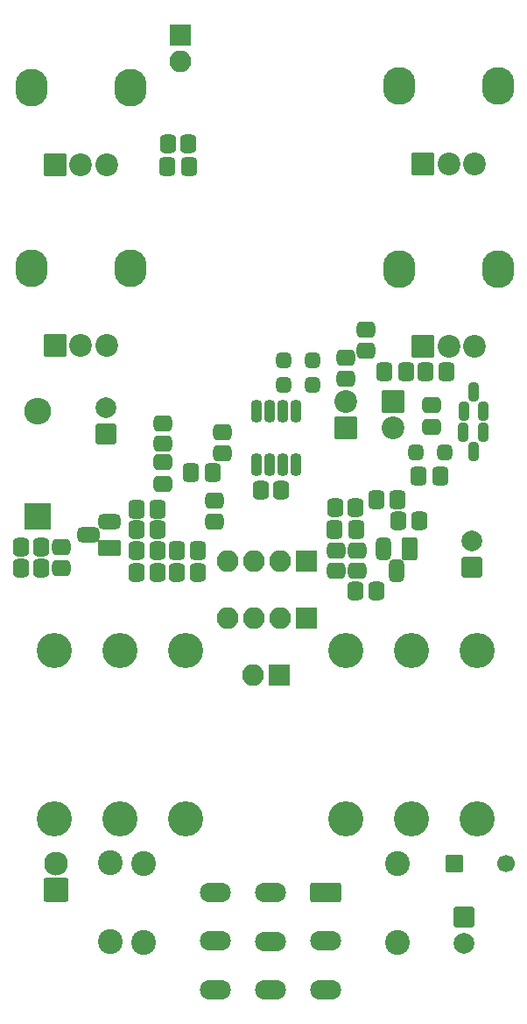
<source format=gbr>
%TF.GenerationSoftware,KiCad,Pcbnew,7.0.2-6a45011f42~172~ubuntu22.04.1*%
%TF.CreationDate,2023-05-30T10:17:06+01:00*%
%TF.ProjectId,GreenBean,47726565-6e42-4656-916e-2e6b69636164,rev?*%
%TF.SameCoordinates,Original*%
%TF.FileFunction,Soldermask,Top*%
%TF.FilePolarity,Negative*%
%FSLAX46Y46*%
G04 Gerber Fmt 4.6, Leading zero omitted, Abs format (unit mm)*
G04 Created by KiCad (PCBNEW 7.0.2-6a45011f42~172~ubuntu22.04.1) date 2023-05-30 10:17:06*
%MOMM*%
%LPD*%
G01*
G04 APERTURE LIST*
G04 Aperture macros list*
%AMRoundRect*
0 Rectangle with rounded corners*
0 $1 Rounding radius*
0 $2 $3 $4 $5 $6 $7 $8 $9 X,Y pos of 4 corners*
0 Add a 4 corners polygon primitive as box body*
4,1,4,$2,$3,$4,$5,$6,$7,$8,$9,$2,$3,0*
0 Add four circle primitives for the rounded corners*
1,1,$1+$1,$2,$3*
1,1,$1+$1,$4,$5*
1,1,$1+$1,$6,$7*
1,1,$1+$1,$8,$9*
0 Add four rect primitives between the rounded corners*
20,1,$1+$1,$2,$3,$4,$5,0*
20,1,$1+$1,$4,$5,$6,$7,0*
20,1,$1+$1,$6,$7,$8,$9,0*
20,1,$1+$1,$8,$9,$2,$3,0*%
G04 Aperture macros list end*
%ADD10RoundRect,0.200000X1.300000X0.750000X-1.300000X0.750000X-1.300000X-0.750000X1.300000X-0.750000X0*%
%ADD11O,3.000000X1.900000*%
%ADD12C,3.400000*%
%ADD13RoundRect,0.200000X-0.850000X-0.850000X0.850000X-0.850000X0.850000X0.850000X-0.850000X0.850000X0*%
%ADD14O,2.100000X2.100000*%
%ADD15RoundRect,0.200000X-0.850000X0.850000X-0.850000X-0.850000X0.850000X-0.850000X0.850000X0.850000X0*%
%ADD16RoundRect,0.200000X-0.800000X0.800000X-0.800000X-0.800000X0.800000X-0.800000X0.800000X0.800000X0*%
%ADD17C,2.000000*%
%ADD18RoundRect,0.200000X1.000000X0.950000X-1.000000X0.950000X-1.000000X-0.950000X1.000000X-0.950000X0*%
%ADD19C,2.300000*%
%ADD20C,2.398980*%
%ADD21RoundRect,0.200000X-0.650000X-0.650000X0.650000X-0.650000X0.650000X0.650000X-0.650000X0.650000X0*%
%ADD22C,1.700000*%
%ADD23RoundRect,0.450000X-0.350000X-0.450000X0.350000X-0.450000X0.350000X0.450000X-0.350000X0.450000X0*%
%ADD24RoundRect,0.200000X0.900000X-0.900000X0.900000X0.900000X-0.900000X0.900000X-0.900000X-0.900000X0*%
%ADD25C,2.200000*%
%ADD26RoundRect,0.450000X0.350000X0.450000X-0.350000X0.450000X-0.350000X-0.450000X0.350000X-0.450000X0*%
%ADD27RoundRect,0.200000X-0.900000X0.900000X-0.900000X-0.900000X0.900000X-0.900000X0.900000X0.900000X0*%
%ADD28RoundRect,0.450000X-0.450000X0.350000X-0.450000X-0.350000X0.450000X-0.350000X0.450000X0.350000X0*%
%ADD29RoundRect,0.450000X-0.337500X-0.475000X0.337500X-0.475000X0.337500X0.475000X-0.337500X0.475000X0*%
%ADD30RoundRect,0.350000X-0.150000X0.725000X-0.150000X-0.725000X0.150000X-0.725000X0.150000X0.725000X0*%
%ADD31RoundRect,0.450000X-0.300000X-0.300000X0.300000X-0.300000X0.300000X0.300000X-0.300000X0.300000X0*%
%ADD32RoundRect,0.450000X0.337500X0.475000X-0.337500X0.475000X-0.337500X-0.475000X0.337500X-0.475000X0*%
%ADD33RoundRect,0.450000X0.300000X0.300000X-0.300000X0.300000X-0.300000X-0.300000X0.300000X-0.300000X0*%
%ADD34O,3.120000X3.640000*%
%ADD35RoundRect,0.200000X0.900000X0.900000X-0.900000X0.900000X-0.900000X-0.900000X0.900000X-0.900000X0*%
%ADD36RoundRect,0.200000X0.800000X-0.800000X0.800000X0.800000X-0.800000X0.800000X-0.800000X-0.800000X0*%
%ADD37RoundRect,0.450000X0.450000X-0.350000X0.450000X0.350000X-0.450000X0.350000X-0.450000X-0.350000X0*%
%ADD38RoundRect,0.200000X0.550000X0.900000X-0.550000X0.900000X-0.550000X-0.900000X0.550000X-0.900000X0*%
%ADD39RoundRect,0.475000X0.275000X0.625000X-0.275000X0.625000X-0.275000X-0.625000X0.275000X-0.625000X0*%
%ADD40RoundRect,0.450000X0.475000X-0.337500X0.475000X0.337500X-0.475000X0.337500X-0.475000X-0.337500X0*%
%ADD41RoundRect,0.200000X0.900000X-0.550000X0.900000X0.550000X-0.900000X0.550000X-0.900000X-0.550000X0*%
%ADD42RoundRect,0.475000X0.625000X-0.275000X0.625000X0.275000X-0.625000X0.275000X-0.625000X-0.275000X0*%
%ADD43RoundRect,0.350000X0.150000X-0.587500X0.150000X0.587500X-0.150000X0.587500X-0.150000X-0.587500X0*%
%ADD44RoundRect,0.350000X-0.150000X0.587500X-0.150000X-0.587500X0.150000X-0.587500X0.150000X0.587500X0*%
%ADD45RoundRect,0.200000X1.100000X-1.100000X1.100000X1.100000X-1.100000X1.100000X-1.100000X-1.100000X0*%
%ADD46O,2.600000X2.600000*%
G04 APERTURE END LIST*
D10*
%TO.C,SW1*%
X148550000Y-137825000D03*
D11*
X143250000Y-137825000D03*
X137950000Y-137825000D03*
X148550000Y-142525000D03*
X143250000Y-142550000D03*
X137950000Y-142525000D03*
X148550000Y-147225000D03*
X143250000Y-147225000D03*
X137950000Y-147225000D03*
%TD*%
D12*
%TO.C,J3*%
X128660000Y-130730000D03*
X128660000Y-114500000D03*
X122310000Y-130730000D03*
X122310000Y-114500000D03*
X135010000Y-130730000D03*
X135010000Y-114500000D03*
%TD*%
D13*
%TO.C,J1*%
X134510000Y-55000000D03*
D14*
X134510000Y-57540000D03*
%TD*%
D15*
%TO.C,JOVGI1*%
X146700000Y-111350000D03*
D14*
X144160000Y-111350000D03*
X141620000Y-111350000D03*
X139080000Y-111350000D03*
%TD*%
D15*
%TO.C,JOVGI2*%
X146700000Y-105800000D03*
D14*
X144160000Y-105800000D03*
X141620000Y-105800000D03*
X139080000Y-105800000D03*
%TD*%
D16*
%TO.C,C2*%
X162000000Y-140200000D03*
D17*
X162000000Y-142700000D03*
%TD*%
D18*
%TO.C,D1*%
X122500000Y-137540000D03*
D19*
X122500000Y-135000000D03*
%TD*%
D20*
%TO.C,R1*%
X155500000Y-135000000D03*
X155500000Y-142620000D03*
%TD*%
%TO.C,R2*%
X127760000Y-142600000D03*
X127760000Y-134980000D03*
%TD*%
%TO.C,R3*%
X131010000Y-135000000D03*
X131010000Y-142620000D03*
%TD*%
D21*
%TO.C,C1*%
X161050000Y-135000000D03*
D22*
X166050000Y-135000000D03*
%TD*%
D15*
%TO.C,J4*%
X144140000Y-116810000D03*
D14*
X141600000Y-116810000D03*
%TD*%
D12*
%TO.C,J2*%
X156925000Y-114500000D03*
X156925000Y-130730000D03*
X163275000Y-114500000D03*
X163275000Y-130730000D03*
X150575000Y-114500000D03*
X150575000Y-130730000D03*
%TD*%
D23*
%TO.C,R14*%
X142310000Y-99000000D03*
X144310000Y-99000000D03*
%TD*%
D24*
%TO.C,D6*%
X150510000Y-92975000D03*
D25*
X150510000Y-90435000D03*
%TD*%
D26*
%TO.C,R19*%
X132310000Y-106900000D03*
X130310000Y-106900000D03*
%TD*%
D27*
%TO.C,D3*%
X155110000Y-90425000D03*
D25*
X155110000Y-92965000D03*
%TD*%
D28*
%TO.C,R12*%
X137810000Y-100000000D03*
X137810000Y-102000000D03*
%TD*%
D29*
%TO.C,C8*%
X135572500Y-97300000D03*
X137647500Y-97300000D03*
%TD*%
D23*
%TO.C,R22*%
X134210000Y-106900000D03*
X136210000Y-106900000D03*
%TD*%
D30*
%TO.C,U1*%
X145715000Y-91325000D03*
X144445000Y-91325000D03*
X143175000Y-91325000D03*
X141905000Y-91325000D03*
X141905000Y-96475000D03*
X143175000Y-96475000D03*
X144445000Y-96475000D03*
X145715000Y-96475000D03*
%TD*%
D28*
%TO.C,R20*%
X123010000Y-104500000D03*
X123010000Y-106500000D03*
%TD*%
D31*
%TO.C,D5*%
X144510000Y-88800000D03*
X147310000Y-88800000D03*
%TD*%
D32*
%TO.C,C4*%
X155547500Y-99900000D03*
X153472500Y-99900000D03*
%TD*%
D33*
%TO.C,D4*%
X147310000Y-86400000D03*
X144510000Y-86400000D03*
%TD*%
D34*
%TO.C,LOW1*%
X155710000Y-77625000D03*
X165310000Y-77625000D03*
D35*
X158010000Y-85125000D03*
D25*
X160510000Y-85125000D03*
X163010000Y-85125000D03*
%TD*%
D34*
%TO.C,TONE1*%
X120110000Y-60100000D03*
X129710000Y-60100000D03*
D35*
X122410000Y-67600000D03*
D25*
X124910000Y-67600000D03*
X127410000Y-67600000D03*
%TD*%
D36*
%TO.C,C13*%
X127310000Y-93552651D03*
D17*
X127310000Y-91052651D03*
%TD*%
D32*
%TO.C,C6*%
X156347500Y-87500000D03*
X154272500Y-87500000D03*
%TD*%
D26*
%TO.C,R7*%
X157610000Y-101900000D03*
X155610000Y-101900000D03*
%TD*%
D29*
%TO.C,C3*%
X149472500Y-102800000D03*
X151547500Y-102800000D03*
%TD*%
D28*
%TO.C,R11*%
X138610000Y-93400000D03*
X138610000Y-95400000D03*
%TD*%
D34*
%TO.C,DRIVE1*%
X155710000Y-59935000D03*
X165310000Y-59935000D03*
D35*
X158010000Y-67435000D03*
D25*
X160510000Y-67435000D03*
X163010000Y-67435000D03*
%TD*%
D23*
%TO.C,R13*%
X133310000Y-65500000D03*
X135310000Y-65500000D03*
%TD*%
D32*
%TO.C,C12*%
X159647500Y-97600000D03*
X157572500Y-97600000D03*
%TD*%
D37*
%TO.C,R5*%
X151610000Y-106800000D03*
X151610000Y-104800000D03*
%TD*%
D32*
%TO.C,C9*%
X135347500Y-67700000D03*
X133272500Y-67700000D03*
%TD*%
D26*
%TO.C,R9*%
X151510000Y-100700000D03*
X149510000Y-100700000D03*
%TD*%
D38*
%TO.C,Q1*%
X156760000Y-104650000D03*
D39*
X155490000Y-106720000D03*
X154220000Y-104650000D03*
%TD*%
D23*
%TO.C,R6*%
X151510000Y-108700000D03*
X153510000Y-108700000D03*
%TD*%
%TO.C,R16*%
X119110000Y-104500000D03*
X121110000Y-104500000D03*
%TD*%
D36*
%TO.C,C10*%
X162710000Y-106400000D03*
D17*
X162710000Y-103900000D03*
%TD*%
D23*
%TO.C,R18*%
X130310000Y-102800000D03*
X132310000Y-102800000D03*
%TD*%
D40*
%TO.C,C11*%
X132810000Y-98337500D03*
X132810000Y-96262500D03*
%TD*%
D32*
%TO.C,C14*%
X132347500Y-100800000D03*
X130272500Y-100800000D03*
%TD*%
D29*
%TO.C,C5*%
X158210000Y-87500000D03*
X160285000Y-87500000D03*
%TD*%
D23*
%TO.C,R21*%
X130310000Y-104800000D03*
X132310000Y-104800000D03*
%TD*%
D41*
%TO.C,Q4*%
X127680000Y-104570000D03*
D42*
X125610000Y-103300000D03*
X127680000Y-102030000D03*
%TD*%
D43*
%TO.C,Q5*%
X161960000Y-91337500D03*
X163860000Y-91337500D03*
X162910000Y-89462500D03*
%TD*%
D37*
%TO.C,R8*%
X152510000Y-85500000D03*
X152510000Y-83500000D03*
%TD*%
D34*
%TO.C,VOL1*%
X120110000Y-77525000D03*
X129710000Y-77525000D03*
D35*
X122410000Y-85025000D03*
D25*
X124910000Y-85025000D03*
X127410000Y-85025000D03*
%TD*%
D28*
%TO.C,R10*%
X150510000Y-86200000D03*
X150510000Y-88200000D03*
%TD*%
D40*
%TO.C,C7*%
X158810000Y-92837500D03*
X158810000Y-90762500D03*
%TD*%
D29*
%TO.C,C15*%
X134172500Y-104800000D03*
X136247500Y-104800000D03*
%TD*%
D44*
%TO.C,Q2*%
X163810000Y-93400000D03*
X161910000Y-93400000D03*
X162860000Y-95275000D03*
%TD*%
D37*
%TO.C,R17*%
X132810000Y-94500000D03*
X132810000Y-92500000D03*
%TD*%
D33*
%TO.C,D2*%
X160110000Y-95300000D03*
X157310000Y-95300000D03*
%TD*%
D23*
%TO.C,R15*%
X119110000Y-106500000D03*
X121110000Y-106500000D03*
%TD*%
D37*
%TO.C,R4*%
X149610000Y-106800000D03*
X149610000Y-104800000D03*
%TD*%
D45*
%TO.C,D7*%
X120710000Y-101480000D03*
D46*
X120710000Y-91320000D03*
%TD*%
M02*

</source>
